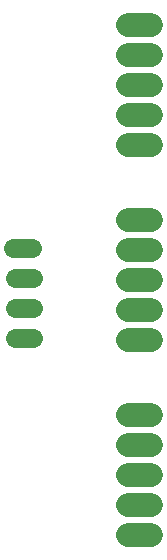
<source format=gbr>
G04 EAGLE Gerber RS-274X export*
G75*
%MOMM*%
%FSLAX34Y34*%
%LPD*%
%INTop Copper*%
%IPPOS*%
%AMOC8*
5,1,8,0,0,1.08239X$1,22.5*%
G01*
G04 Define Apertures*
%ADD10C,1.590000*%
%ADD11C,2.000000*%
D10*
X1079850Y-441433D02*
X1063950Y-441433D01*
X1063950Y-416033D02*
X1079850Y-416033D01*
X1079850Y-390633D02*
X1063950Y-390633D01*
X1062950Y-365233D02*
X1078850Y-365233D01*
D11*
X1159700Y-607700D02*
X1179700Y-607700D01*
X1179700Y-582300D02*
X1159700Y-582300D01*
X1159700Y-556900D02*
X1179700Y-556900D01*
X1179700Y-531500D02*
X1159700Y-531500D01*
X1159700Y-506100D02*
X1179700Y-506100D01*
X1179700Y-442600D02*
X1159700Y-442600D01*
X1159700Y-417200D02*
X1179700Y-417200D01*
X1179700Y-391800D02*
X1159700Y-391800D01*
X1159700Y-366400D02*
X1179700Y-366400D01*
X1179700Y-341000D02*
X1159700Y-341000D01*
X1159700Y-277500D02*
X1179700Y-277500D01*
X1179700Y-252100D02*
X1159700Y-252100D01*
X1159700Y-226700D02*
X1179700Y-226700D01*
X1179700Y-201300D02*
X1159700Y-201300D01*
X1159700Y-175900D02*
X1179700Y-175900D01*
M02*

</source>
